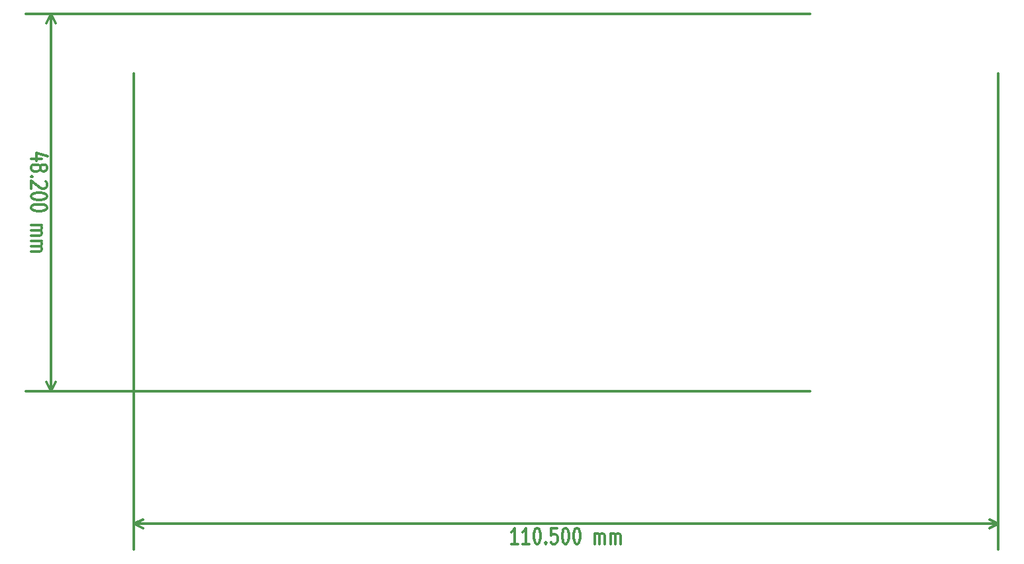
<source format=gbr>
G04 #@! TF.GenerationSoftware,KiCad,Pcbnew,no-vcs-found-7571~57~ubuntu17.04.1*
G04 #@! TF.CreationDate,2017-02-08T08:53:27+01:00*
G04 #@! TF.ProjectId,DE0-Nano_DB25,4445302D4E616E6F5F444232352E6B69,rev?*
G04 #@! TF.FileFunction,Drawing*
%FSLAX46Y46*%
G04 Gerber Fmt 4.6, Leading zero omitted, Abs format (unit mm)*
G04 Created by KiCad (PCBNEW no-vcs-found-7571~57~ubuntu17.04.1) date Wed Feb  8 08:53:27 2017*
%MOMM*%
%LPD*%
G01*
G04 APERTURE LIST*
%ADD10C,0.152400*%
%ADD11C,0.304800*%
G04 APERTURE END LIST*
D10*
D11*
X49042997Y-19512245D02*
X48172140Y-19512245D01*
X48607569Y-19512245D02*
X48607569Y-17480245D01*
X48462426Y-17770530D01*
X48317283Y-17964054D01*
X48172140Y-18060816D01*
X50494426Y-19512245D02*
X49623569Y-19512245D01*
X50058997Y-19512245D02*
X50058997Y-17480245D01*
X49913854Y-17770530D01*
X49768711Y-17964054D01*
X49623569Y-18060816D01*
X51437854Y-17480245D02*
X51582997Y-17480245D01*
X51728140Y-17577007D01*
X51800711Y-17673768D01*
X51873283Y-17867292D01*
X51945854Y-18254340D01*
X51945854Y-18738149D01*
X51873283Y-19125197D01*
X51800711Y-19318721D01*
X51728140Y-19415483D01*
X51582997Y-19512245D01*
X51437854Y-19512245D01*
X51292711Y-19415483D01*
X51220140Y-19318721D01*
X51147569Y-19125197D01*
X51074997Y-18738149D01*
X51074997Y-18254340D01*
X51147569Y-17867292D01*
X51220140Y-17673768D01*
X51292711Y-17577007D01*
X51437854Y-17480245D01*
X52598997Y-19318721D02*
X52671569Y-19415483D01*
X52598997Y-19512245D01*
X52526426Y-19415483D01*
X52598997Y-19318721D01*
X52598997Y-19512245D01*
X54050426Y-17480245D02*
X53324711Y-17480245D01*
X53252140Y-18447864D01*
X53324711Y-18351102D01*
X53469854Y-18254340D01*
X53832711Y-18254340D01*
X53977854Y-18351102D01*
X54050426Y-18447864D01*
X54122997Y-18641387D01*
X54122997Y-19125197D01*
X54050426Y-19318721D01*
X53977854Y-19415483D01*
X53832711Y-19512245D01*
X53469854Y-19512245D01*
X53324711Y-19415483D01*
X53252140Y-19318721D01*
X55066426Y-17480245D02*
X55211569Y-17480245D01*
X55356711Y-17577007D01*
X55429283Y-17673768D01*
X55501854Y-17867292D01*
X55574426Y-18254340D01*
X55574426Y-18738149D01*
X55501854Y-19125197D01*
X55429283Y-19318721D01*
X55356711Y-19415483D01*
X55211569Y-19512245D01*
X55066426Y-19512245D01*
X54921283Y-19415483D01*
X54848711Y-19318721D01*
X54776140Y-19125197D01*
X54703569Y-18738149D01*
X54703569Y-18254340D01*
X54776140Y-17867292D01*
X54848711Y-17673768D01*
X54921283Y-17577007D01*
X55066426Y-17480245D01*
X56517854Y-17480245D02*
X56662997Y-17480245D01*
X56808140Y-17577007D01*
X56880711Y-17673768D01*
X56953283Y-17867292D01*
X57025854Y-18254340D01*
X57025854Y-18738149D01*
X56953283Y-19125197D01*
X56880711Y-19318721D01*
X56808140Y-19415483D01*
X56662997Y-19512245D01*
X56517854Y-19512245D01*
X56372711Y-19415483D01*
X56300140Y-19318721D01*
X56227569Y-19125197D01*
X56154997Y-18738149D01*
X56154997Y-18254340D01*
X56227569Y-17867292D01*
X56300140Y-17673768D01*
X56372711Y-17577007D01*
X56517854Y-17480245D01*
X58840140Y-19512245D02*
X58840140Y-18157578D01*
X58840140Y-18351102D02*
X58912711Y-18254340D01*
X59057854Y-18157578D01*
X59275569Y-18157578D01*
X59420711Y-18254340D01*
X59493283Y-18447864D01*
X59493283Y-19512245D01*
X59493283Y-18447864D02*
X59565854Y-18254340D01*
X59710997Y-18157578D01*
X59928711Y-18157578D01*
X60073854Y-18254340D01*
X60146426Y-18447864D01*
X60146426Y-19512245D01*
X60872140Y-19512245D02*
X60872140Y-18157578D01*
X60872140Y-18351102D02*
X60944711Y-18254340D01*
X61089854Y-18157578D01*
X61307569Y-18157578D01*
X61452711Y-18254340D01*
X61525283Y-18447864D01*
X61525283Y-19512245D01*
X61525283Y-18447864D02*
X61597854Y-18254340D01*
X61742997Y-18157578D01*
X61960711Y-18157578D01*
X62105854Y-18254340D01*
X62178426Y-18447864D01*
X62178426Y-19512245D01*
X-38431Y-16967407D02*
X110461569Y-16967407D01*
X-38431Y40632593D02*
X-38431Y-20218607D01*
X110461569Y40632593D02*
X110461569Y-20218607D01*
X110461569Y-16967407D02*
X109335065Y-17553828D01*
X110461569Y-16967407D02*
X109335065Y-16380986D01*
X-38431Y-16967407D02*
X1088073Y-17553828D01*
X-38431Y-16967407D02*
X1088073Y-16380986D01*
X-11828603Y29720593D02*
X-13183270Y29720593D01*
X-11054508Y30083451D02*
X-12505936Y30446308D01*
X-12505936Y29502879D01*
X-12022127Y28704593D02*
X-11925365Y28849736D01*
X-11828603Y28922308D01*
X-11635079Y28994879D01*
X-11538317Y28994879D01*
X-11344793Y28922308D01*
X-11248031Y28849736D01*
X-11151270Y28704593D01*
X-11151270Y28414308D01*
X-11248031Y28269165D01*
X-11344793Y28196593D01*
X-11538317Y28124022D01*
X-11635079Y28124022D01*
X-11828603Y28196593D01*
X-11925365Y28269165D01*
X-12022127Y28414308D01*
X-12022127Y28704593D01*
X-12118889Y28849736D01*
X-12215651Y28922308D01*
X-12409174Y28994879D01*
X-12796222Y28994879D01*
X-12989746Y28922308D01*
X-13086508Y28849736D01*
X-13183270Y28704593D01*
X-13183270Y28414308D01*
X-13086508Y28269165D01*
X-12989746Y28196593D01*
X-12796222Y28124022D01*
X-12409174Y28124022D01*
X-12215651Y28196593D01*
X-12118889Y28269165D01*
X-12022127Y28414308D01*
X-12989746Y27470879D02*
X-13086508Y27398308D01*
X-13183270Y27470879D01*
X-13086508Y27543451D01*
X-12989746Y27470879D01*
X-13183270Y27470879D01*
X-11344793Y26817736D02*
X-11248031Y26745165D01*
X-11151270Y26600022D01*
X-11151270Y26237165D01*
X-11248031Y26092022D01*
X-11344793Y26019451D01*
X-11538317Y25946879D01*
X-11731841Y25946879D01*
X-12022127Y26019451D01*
X-13183270Y26890308D01*
X-13183270Y25946879D01*
X-11151270Y25003451D02*
X-11151270Y24858308D01*
X-11248031Y24713165D01*
X-11344793Y24640593D01*
X-11538317Y24568022D01*
X-11925365Y24495451D01*
X-12409174Y24495451D01*
X-12796222Y24568022D01*
X-12989746Y24640593D01*
X-13086508Y24713165D01*
X-13183270Y24858308D01*
X-13183270Y25003451D01*
X-13086508Y25148593D01*
X-12989746Y25221165D01*
X-12796222Y25293736D01*
X-12409174Y25366308D01*
X-11925365Y25366308D01*
X-11538317Y25293736D01*
X-11344793Y25221165D01*
X-11248031Y25148593D01*
X-11151270Y25003451D01*
X-11151270Y23552022D02*
X-11151270Y23406879D01*
X-11248031Y23261736D01*
X-11344793Y23189165D01*
X-11538317Y23116593D01*
X-11925365Y23044022D01*
X-12409174Y23044022D01*
X-12796222Y23116593D01*
X-12989746Y23189165D01*
X-13086508Y23261736D01*
X-13183270Y23406879D01*
X-13183270Y23552022D01*
X-13086508Y23697165D01*
X-12989746Y23769736D01*
X-12796222Y23842308D01*
X-12409174Y23914879D01*
X-11925365Y23914879D01*
X-11538317Y23842308D01*
X-11344793Y23769736D01*
X-11248031Y23697165D01*
X-11151270Y23552022D01*
X-13183270Y21229736D02*
X-11828603Y21229736D01*
X-12022127Y21229736D02*
X-11925365Y21157165D01*
X-11828603Y21012022D01*
X-11828603Y20794308D01*
X-11925365Y20649165D01*
X-12118889Y20576593D01*
X-13183270Y20576593D01*
X-12118889Y20576593D02*
X-11925365Y20504022D01*
X-11828603Y20358879D01*
X-11828603Y20141165D01*
X-11925365Y19996022D01*
X-12118889Y19923451D01*
X-13183270Y19923451D01*
X-13183270Y19197736D02*
X-11828603Y19197736D01*
X-12022127Y19197736D02*
X-11925365Y19125165D01*
X-11828603Y18980022D01*
X-11828603Y18762308D01*
X-11925365Y18617165D01*
X-12118889Y18544593D01*
X-13183270Y18544593D01*
X-12118889Y18544593D02*
X-11925365Y18472022D01*
X-11828603Y18326879D01*
X-11828603Y18109165D01*
X-11925365Y17964022D01*
X-12118889Y17891451D01*
X-13183270Y17891451D01*
X-10638431Y48232593D02*
X-10638431Y32593D01*
X86361569Y48232593D02*
X-13889631Y48232593D01*
X86361569Y32593D02*
X-13889631Y32593D01*
X-10638431Y32593D02*
X-11224852Y1159097D01*
X-10638431Y32593D02*
X-10052010Y1159097D01*
X-10638431Y48232593D02*
X-11224852Y47106089D01*
X-10638431Y48232593D02*
X-10052010Y47106089D01*
M02*

</source>
